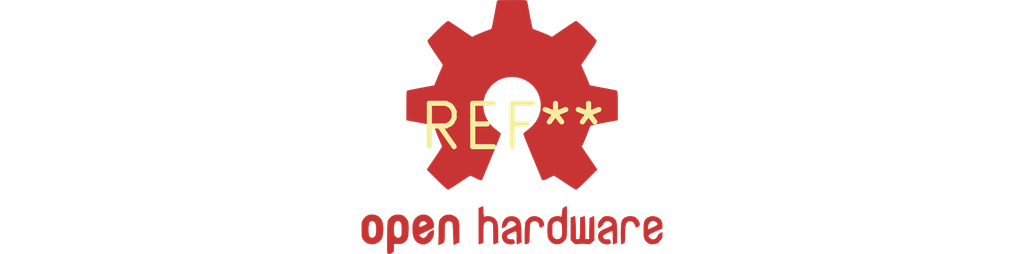
<source format=kicad_pcb>
(kicad_pcb (version 20240108) (generator pcbnew)
  (layers (0 "F.Cu" signal) (31 "B.Cu" signal) (34 "B.Paste" user) (35 "F.Paste" user) (36 "B.SilkS" user "B.Silkscreen") (37 "F.SilkS" user "F.Silkscreen") (38 "B.Mask" user) (39 "F.Mask" user) (44 "Edge.Cuts" user))
  (net 0 "")
  (footprint "OSHW-Logo2_9.8x8mm_Copper" (layer "F.Cu") (at 0 0)
    (property "Reference" "REF**")
    (property "Value" "OSHW-Logo2_9.8x8mm_Copper")
    (fp_poly (pts (xy 3.570807 2.636782) (xy 3.594161 2.646988) (xy 3.649902 2.691134) (xy 3.697569 2.754967) (xy 3.727048 2.823087) (xy 3.731846 2.85667) (xy 3.71576 2.903556) (xy 3.680475 2.928365) (xy 3.642644 2.943387) (xy 3.625321 2.946155) (xy 3.616886 2.926066) (xy 3.60023 2.882351) (xy 3.592923 2.862598) (xy 3.551948 2.794271) (xy 3.492622 2.760191) (xy 3.416552 2.761239) (xy 3.410918 2.762581) (xy 3.370305 2.781836) (xy 3.340448 2.819375) (xy 3.320055 2.879809) (xy 3.307836 2.967751) (xy 3.3025 3.087813) (xy 3.302 3.151698) (xy 3.301752 3.252403) (xy 3.300126 3.321054) (xy 3.295801 3.364673) (xy 3.287454 3.390282) (xy 3.273765 3.404903) (xy 3.253411 3.415558) (xy 3.252234 3.416095) (xy 3.213038 3.432667) (xy 3.193619 3.438769) (xy 3.190635 3.420319) (xy 3.188081 3.369323) (xy 3.18614 3.292308) (xy 3.184997 3.195805) (xy 3.184769 3.125184) (xy 3.185932 2.988525) (xy 3.190479 2.884851) (xy 3.199999 2.808108) (xy 3.216081 2.752246) (xy 3.240313 2.711212) (xy 3.274286 2.678954) (xy 3.307833 2.65644) (xy 3.388499 2.626476) (xy 3.482381 2.619718) (xy 3.570807 2.636782)) (layer "F.Cu") (stroke (width 0.01)) (fill solid))
    (fp_poly (pts (xy -1.728336 2.595089) (xy -1.665633 2.631358) (xy -1.622039 2.667358) (xy -1.590155 2.705075) (xy -1.56819 2.751199) (xy -1.554351 2.812421) (xy -1.546847 2.895431) (xy -1.543883 3.006919) (xy -1.543539 3.087062) (xy -1.543539 3.382065) (xy -1.709615 3.456515) (xy -1.719385 3.133402) (xy -1.723421 3.012729) (xy -1.727656 2.925141) (xy -1.732903 2.86465) (xy -1.739975 2.825268) (xy -1.749689 2.801007) (xy -1.762856 2.78588) (xy -1.767081 2.782606) (xy -1.831091 2.757034) (xy -1.895792 2.767153) (xy -1.934308 2.794) (xy -1.949975 2.813024) (xy -1.96082 2.837988) (xy -1.967712 2.875834) (xy -1.971521 2.933502) (xy -1.973117 3.017935) (xy -1.973385 3.105928) (xy -1.973437 3.216323) (xy -1.975328 3.294463) (xy -1.981655 3.347165) (xy -1.995017 3.381242) (xy -2.018015 3.403511) (xy -2.053246 3.420787) (xy -2.100303 3.438738) (xy -2.151697 3.458278) (xy -2.145579 3.111485) (xy -2.143116 2.986468) (xy -2.140233 2.894082) (xy -2.136102 2.827881) (xy -2.129893 2.78142) (xy -2.120774 2.748256) (xy -2.107917 2.721944) (xy -2.092416 2.698729) (xy -2.017629 2.624569) (xy -1.926372 2.581684) (xy -1.827117 2.571412) (xy -1.728336 2.595089)) (layer "F.Cu") (stroke (width 0.01)) (fill solid))
    (fp_poly (pts (xy 0.713362 2.62467) (xy 0.802117 2.657421) (xy 0.874022 2.71535) (xy 0.902144 2.756128) (xy 0.932802 2.830954) (xy 0.932165 2.885058) (xy 0.899987 2.921446) (xy 0.888081 2.927633) (xy 0.836675 2.946925) (xy 0.810422 2.941982) (xy 0.80153 2.909587) (xy 0.801077 2.891692) (xy 0.784797 2.825859) (xy 0.742365 2.779807) (xy 0.683388 2.757564) (xy 0.617475 2.763161) (xy 0.563895 2.792229) (xy 0.545798 2.80881) (xy 0.532971 2.828925) (xy 0.524306 2.859332) (xy 0.518696 2.906788) (xy 0.515035 2.97805) (xy 0.512215 3.079875) (xy 0.511484 3.112115) (xy 0.50882 3.22241) (xy 0.505792 3.300036) (xy 0.50125 3.351396) (xy 0.494046 3.38289) (xy 0.483033 3.40092) (xy 0.46706 3.411888) (xy 0.456834 3.416733) (xy 0.413406 3.433301) (xy 0.387842 3.438769) (xy 0.379395 3.420507) (xy 0.374239 3.365296) (xy 0.372346 3.272499) (xy 0.373689 3.141478) (xy 0.374107 3.121269) (xy 0.377058 3.001733) (xy 0.380548 2.914449) (xy 0.385514 2.852591) (xy 0.392893 2.809336) (xy 0.403624 2.77786) (xy 0.418645 2.751339) (xy 0.426502 2.739975) (xy 0.471553 2.689692) (xy 0.52194 2.650581) (xy 0.528108 2.647167) (xy 0.618458 2.620212) (xy 0.713362 2.62467)) (layer "F.Cu") (stroke (width 0.01)) (fill solid))
    (fp_poly (pts (xy -0.840154 2.49212) (xy -0.834428 2.57198) (xy -0.827851 2.619039) (xy -0.818738 2.639566) (xy -0.805402 2.639829) (xy -0.801077 2.637378) (xy -0.743556 2.619636) (xy -0.668732 2.620672) (xy -0.592661 2.63891) (xy -0.545082 2.662505) (xy -0.496298 2.700198) (xy -0.460636 2.742855) (xy -0.436155 2.797057) (xy -0.420913 2.869384) (xy -0.41297 2.966419) (xy -0.410384 3.094742) (xy -0.410338 3.119358) (xy -0.410308 3.39587) (xy -0.471839 3.41732) (xy -0.515541 3.431912) (xy -0.539518 3.438706) (xy -0.540223 3.438769) (xy -0.542585 3.420345) (xy -0.544594 3.369526) (xy -0.546099 3.292993) (xy -0.546947 3.19743) (xy -0.547077 3.139329) (xy -0.547349 3.024771) (xy -0.548748 2.942667) (xy -0.552151 2.886393) (xy -0.558433 2.849326) (xy -0.568471 2.824844) (xy -0.583139 2.806325) (xy -0.592298 2.797406) (xy -0.655211 2.761466) (xy -0.723864 2.758775) (xy -0.786152 2.78917) (xy -0.797671 2.800144) (xy -0.814567 2.820779) (xy -0.826286 2.845256) (xy -0.833767 2.880647) (xy -0.837946 2.934026) (xy -0.839763 3.012466) (xy -0.840154 3.120617) (xy -0.840154 3.39587) (xy -0.901685 3.41732) (xy -0.945387 3.431912) (xy -0.969364 3.438706) (xy -0.97007 3.438769) (xy -0.971874 3.420069) (xy -0.9735 3.367322) (xy -0.974883 3.285557) (xy -0.975958 3.179805) (xy -0.97666 3.055094) (xy -0.976923 2.916455) (xy -0.976923 2.381806) (xy -0.849923 2.328236) (xy -0.840154 2.49212)) (layer "F.Cu") (stroke (width 0.01)) (fill solid))
    (fp_poly (pts (xy 2.395929 2.636662) (xy 2.398911 2.688068) (xy 2.401247 2.766192) (xy 2.402749 2.864857) (xy 2.403231 2.968343) (xy 2.403231 3.318533) (xy 2.341401 3.380363) (xy 2.298793 3.418462) (xy 2.26139 3.433895) (xy 2.21027 3.432918) (xy 2.189978 3.430433) (xy 2.126554 3.4232) (xy 2.074095 3.419055) (xy 2.061308 3.418672) (xy 2.018199 3.421176) (xy 1.956544 3.427462) (xy 1.932638 3.430433) (xy 1.873922 3.435028) (xy 1.834464 3.425046) (xy 1.795338 3.394228) (xy 1.781215 3.380363) (xy 1.719385 3.318533) (xy 1.719385 2.663503) (xy 1.76915 2.640829) (xy 1.812002 2.624034) (xy 1.837073 2.618154) (xy 1.843501 2.636736) (xy 1.849509 2.688655) (xy 1.854697 2.768172) (xy 1.858664 2.869546) (xy 1.860577 2.955192) (xy 1.865923 3.292231) (xy 1.91256 3.298825) (xy 1.954976 3.294214) (xy 1.97576 3.279287) (xy 1.98157 3.251377) (xy 1.98653 3.191925) (xy 1.990246 3.108466) (xy 1.992324 3.008532) (xy 1.992624 2.957104) (xy 1.992923 2.661054) (xy 2.054454 2.639604) (xy 2.098004 2.62502) (xy 2.121694 2.618219) (xy 2.122377 2.618154) (xy 2.124754 2.636642) (xy 2.127366 2.687906) (xy 2.129995 2.765649) (xy 2.132421 2.863574) (xy 2.134115 2.955192) (xy 2.139461 3.292231) (xy 2.256692 3.292231) (xy 2.262072 2.984746) (xy 2.267451 2.677261) (xy 2.324601 2.647707) (xy 2.366797 2.627413) (xy 2.39177 2.618204) (xy 2.392491 2.618154) (xy 2.395929 2.636662)) (layer "F.Cu") (stroke (width 0.01)) (fill solid))
    (fp_poly (pts (xy -3.983114 2.587256) (xy -3.891536 2.635409) (xy -3.823951 2.712905) (xy -3.799943 2.762727) (xy -3.781262 2.837533) (xy -3.771699 2.932052) (xy -3.770792 3.03521) (xy -3.778079 3.135935) (xy -3.793097 3.223153) (xy -3.815385 3.285791) (xy -3.822235 3.296579) (xy -3.903368 3.377105) (xy -3.999734 3.425336) (xy -4.104299 3.43945) (xy -4.210032 3.417629) (xy -4.239457 3.404547) (xy -4.296759 3.364231) (xy -4.34705 3.310775) (xy -4.351803 3.303995) (xy -4.371122 3.271321) (xy -4.383892 3.236394) (xy -4.391436 3.190414) (xy -4.395076 3.124584) (xy -4.396135 3.030105) (xy -4.396154 3.008923) (xy -4.396106 3.002182) (xy -4.200769 3.002182) (xy -4.199632 3.091349) (xy -4.195159 3.15052) (xy -4.185754 3.188741) (xy -4.169824 3.215053) (xy -4.161692 3.223846) (xy -4.114942 3.257261) (xy -4.069553 3.255737) (xy -4.02366 3.226752) (xy -3.996288 3.195809) (xy -3.980077 3.150643) (xy -3.970974 3.07942) (xy -3.970349 3.071114) (xy -3.968796 2.942037) (xy -3.985035 2.846172) (xy -4.018848 2.784107) (xy -4.070016 2.756432) (xy -4.08828 2.754923) (xy -4.13624 2.762513) (xy -4.169047 2.788808) (xy -4.189105 2.839095) (xy -4.198822 2.918664) (xy -4.200769 3.002182) (xy -4.396106 3.002182) (xy -4.395426 2.908249) (xy -4.392371 2.837906) (xy -4.385678 2.789163) (xy -4.37404 2.753288) (xy -4.356147 2.721548) (xy -4.352192 2.715648) (xy -4.285733 2.636104) (xy -4.213315 2.589929) (xy -4.125151 2.571599) (xy -4.095213 2.570703) (xy -3.983114 2.587256)) (layer "F.Cu") (stroke (width 0.01)) (fill solid))
    (fp_poly (pts (xy 4.245224 2.647838) (xy 4.322528 2.698361) (xy 4.359814 2.74359) (xy 4.389353 2.825663) (xy 4.391699 2.890607) (xy 4.386385 2.977445) (xy 4.186115 3.065103) (xy 4.088739 3.109887) (xy 4.025113 3.145913) (xy 3.992029 3.177117) (xy 3.98628 3.207436) (xy 4.004658 3.240805) (xy 4.024923 3.262923) (xy 4.083889 3.298393) (xy 4.148024 3.300879) (xy 4.206926 3.273235) (xy 4.250197 3.21832) (xy 4.257936 3.198928) (xy 4.295006 3.138364) (xy 4.337654 3.112552) (xy 4.396154 3.090471) (xy 4.396154 3.174184) (xy 4.390982 3.23115) (xy 4.370723 3.279189) (xy 4.328262 3.334346) (xy 4.321951 3.341514) (xy 4.27472 3.390585) (xy 4.234121 3.41692) (xy 4.183328 3.429035) (xy 4.14122 3.433003) (xy 4.065902 3.433991) (xy 4.012286 3.421466) (xy 3.978838 3.402869) (xy 3.926268 3.361975) (xy 3.889879 3.317748) (xy 3.86685 3.262126) (xy 3.854359 3.187047) (xy 3.849587 3.084449) (xy 3.849206 3.032376) (xy 3.850501 2.969948) (xy 3.968471 2.969948) (xy 3.969839 3.003438) (xy 3.973249 3.008923) (xy 3.995753 3.001472) (xy 4.044182 2.981753) (xy 4.108908 2.953718) (xy 4.122443 2.947692) (xy 4.204244 2.906096) (xy 4.249312 2.869538) (xy 4.259217 2.835296) (xy 4.235526 2.800648) (xy 4.21596 2.785339) (xy 4.14536 2.754721) (xy 4.07928 2.75978) (xy 4.023959 2.797151) (xy 3.985636 2.863473) (xy 3.973349 2.916116) (xy 3.968471 2.969948) (xy 3.850501 2.969948) (xy 3.85173 2.91072) (xy 3.861032 2.82071) (xy 3.87946 2.755167) (xy 3.90936 2.706912) (xy 3.95308 2.668767) (xy 3.972141 2.65644) (xy 4.058726 2.624336) (xy 4.153522 2.622316) (xy 4.245224 2.647838)) (layer "F.Cu") (stroke (width 0.01)) (fill solid))
    (fp_poly (pts (xy 1.602081 2.780289) (xy 1.601833 2.92632) (xy 1.600872 3.038655) (xy 1.598794 3.122678) (xy 1.595193 3.183769) (xy 1.589665 3.227309) (xy 1.581804 3.258679) (xy 1.571207 3.283262) (xy 1.563182 3.297294) (xy 1.496728 3.373388) (xy 1.41247 3.421084) (xy 1.319249 3.438199) (xy 1.2259 3.422546) (xy 1.170312 3.394418) (xy 1.111957 3.34576) (xy 1.072186 3.286333) (xy 1.04819 3.208507) (xy 1.037161 3.104652) (xy 1.035599 3.028462) (xy 1.035809 3.022986) (xy 1.172308 3.022986) (xy 1.173141 3.110355) (xy 1.176961 3.168192) (xy 1.185746 3.206029) (xy 1.201474 3.233398) (xy 1.220266 3.254042) (xy 1.283375 3.29389) (xy 1.351137 3.297295) (xy 1.415179 3.264025) (xy 1.420164 3.259517) (xy 1.441439 3.236067) (xy 1.454779 3.208166) (xy 1.462001 3.166641) (xy 1.464923 3.102316) (xy 1.465385 3.0312) (xy 1.464383 2.941858) (xy 1.460238 2.882258) (xy 1.451236 2.843089) (xy 1.435667 2.81504) (xy 1.422902 2.800144) (xy 1.3636 2.762575) (xy 1.295301 2.758057) (xy 1.23011 2.786753) (xy 1.217528 2.797406) (xy 1.196111 2.821063) (xy 1.182744 2.849251) (xy 1.175566 2.891245) (xy 1.172719 2.956319) (xy 1.172308 3.022986) (xy 1.035809 3.022986) (xy 1.040322 2.905765) (xy 1.056362 2.813577) (xy 1.086528 2.744269) (xy 1.133629 2.690211) (xy 1.170312 2.662505) (xy 1.23699 2.632572) (xy 1.314272 2.618678) (xy 1.38611 2.622397) (xy 1.426308 2.6374) (xy 1.442082 2.64167) (xy 1.45255 2.62575) (xy 1.459856 2.583089) (xy 1.465385 2.518106) (xy 1.471437 2.445732) (xy 1.479844 2.402187) (xy 1.495141 2.377287) (xy 1.521864 2.360845) (xy 1.538654 2.353564) (xy 1.602154 2.326963) (xy 1.602081 2.780289)) (layer "F.Cu") (stroke (width 0.01)) (fill solid))
    (fp_poly (pts (xy -2.465746 2.599745) (xy -2.388714 2.651567) (xy -2.329184 2.726412) (xy -2.293622 2.821654) (xy -2.286429 2.891756) (xy -2.287246 2.921009) (xy -2.294086 2.943407) (xy -2.312888 2.963474) (xy -2.349592 2.985733) (xy -2.410138 3.014709) (xy -2.500466 3.054927) (xy -2.500923 3.055129) (xy -2.584067 3.09321) (xy -2.652247 3.127025) (xy -2.698495 3.152933) (xy -2.715842 3.167295) (xy -2.715846 3.167411) (xy -2.700557 3.198685) (xy -2.664804 3.233157) (xy -2.623758 3.25799) (xy -2.602963 3.262923) (xy -2.54623 3.245862) (xy -2.497373 3.203133) (xy -2.473535 3.156155) (xy -2.450603 3.121522) (xy -2.405682 3.082081) (xy -2.352877 3.048009) (xy -2.30629 3.02948) (xy -2.296548 3.028462) (xy -2.285582 3.045215) (xy -2.284921 3.088039) (xy -2.29298 3.145781) (xy -2.308173 3.207289) (xy -2.328914 3.261409) (xy -2.329962 3.26351) (xy -2.392379 3.35066) (xy -2.473274 3.409939) (xy -2.565144 3.439034) (xy -2.660487 3.435634) (xy -2.751802 3.397428) (xy -2.755862 3.394741) (xy -2.827694 3.329642) (xy -2.874927 3.244705) (xy -2.901066 3.133021) (xy -2.904574 3.101643) (xy -2.910787 2.953536) (xy -2.903339 2.884468) (xy -2.715846 2.884468) (xy -2.71341 2.927552) (xy -2.700086 2.940126) (xy -2.666868 2.930719) (xy -2.614506 2.908483) (xy -2.555976 2.88061) (xy -2.554521 2.879872) (xy -2.504911 2.853777) (xy -2.485 2.836363) (xy -2.48991 2.818107) (xy -2.510584 2.79412) (xy -2.563181 2.759406) (xy -2.619823 2.756856) (xy -2.670631 2.782119) (xy -2.705724 2.830847) (xy -2.715846 2.884468) (xy -2.903339 2.884468) (xy -2.898008 2.835036) (xy -2.865222 2.741055) (xy -2.819579 2.675215) (xy -2.737198 2.608681) (xy -2.646454 2.575676) (xy -2.553815 2.573573) (xy -2.465746 2.599745)) (layer "F.Cu") (stroke (width 0.01)) (fill solid))
    (fp_poly (pts (xy 0.053501 2.626303) (xy 0.13006 2.654733) (xy 0.130936 2.655279) (xy 0.178285 2.690127) (xy 0.213241 2.730852) (xy 0.237825 2.783925) (xy 0.254062 2.855814) (xy 0.263975 2.952992) (xy 0.269586 3.081928) (xy 0.270077 3.100298) (xy 0.277141 3.377287) (xy 0.217695 3.408028) (xy 0.174681 3.428802) (xy 0.14871 3.438646) (xy 0.147509 3.438769) (xy 0.143014 3.420606) (xy 0.139444 3.371612) (xy 0.137248 3.300031) (xy 0.136769 3.242068) (xy 0.136758 3.14817) (xy 0.132466 3.089203) (xy 0.117503 3.061079) (xy 0.085482 3.059706) (xy 0.030014 3.080998) (xy -0.053731 3.120136) (xy -0.115311 3.152643) (xy -0.146983 3.180845) (xy -0.156294 3.211582) (xy -0.156308 3.213104) (xy -0.140943 3.266054) (xy -0.095453 3.29466) (xy -0.025834 3.298803) (xy 0.024313 3.298084) (xy 0.050754 3.312527) (xy 0.067243 3.347218) (xy 0.076733 3.391416) (xy 0.063057 3.416493) (xy 0.057907 3.420082) (xy 0.009425 3.434496) (xy -0.058469 3.436537) (xy -0.128388 3.426983) (xy -0.177932 3.409522) (xy -0.24643 3.351364) (xy -0.285366 3.270408) (xy -0.293077 3.20716) (xy -0.287193 3.150111) (xy -0.265899 3.103542) (xy -0.223735 3.062181) (xy -0.155241 3.020755) (xy -0.054956 2.973993) (xy -0.048846 2.97135) (xy 0.04149 2.929617) (xy 0.097235 2.895391) (xy 0.121129 2.864635) (xy 0.115913 2.833311) (xy 0.084328 2.797383) (xy 0.074883 2.789116) (xy 0.011617 2.757058) (xy -0.053936 2.758407) (xy -0.111028 2.789838) (xy -0.148907 2.848024) (xy -0.152426 2.859446) (xy -0.1867 2.914837) (xy -0.230191 2.941518) (xy -0.293077 2.96796) (xy -0.293077 2.899548) (xy -0.273948 2.80011) (xy -0.217169 2.708902) (xy -0.187622 2.678389) (xy -0.120458 2.639228) (xy -0.035044 2.6215) (xy 0.053501 2.626303)) (layer "F.Cu") (stroke (width 0.01)) (fill solid))
    (fp_poly (pts (xy -3.231114 2.584505) (xy -3.156461 2.621727) (xy -3.090569 2.690261) (xy -3.072423 2.715648) (xy -3.052655 2.748866) (xy -3.039828 2.784945) (xy -3.03249 2.833098) (xy -3.029187 2.902536) (xy -3.028462 2.994206) (xy -3.031737 3.11983) (xy -3.043123 3.214154) (xy -3.064959 3.284523) (xy -3.099581 3.338286) (xy -3.14933 3.382788) (xy -3.152986 3.385423) (xy -3.202015 3.412377) (xy -3.261055 3.425712) (xy -3.336141 3.429) (xy -3.458205 3.429) (xy -3.458256 3.547497) (xy -3.459392 3.613492) (xy -3.466314 3.652202) (xy -3.484402 3.675419) (xy -3.519038 3.694933) (xy -3.527355 3.69892) (xy -3.56628 3.717603) (xy -3.596417 3.729403) (xy -3.618826 3.730422) (xy -3.634567 3.716761) (xy -3.644698 3.684522) (xy -3.650277 3.629804) (xy -3.652365 3.548711) (xy -3.652019 3.437344) (xy -3.6503 3.291802) (xy -3.649763 3.248269) (xy -3.647828 3.098205) (xy -3.646096 3.000042) (xy -3.458308 3.000042) (xy -3.457252 3.083364) (xy -3.452562 3.13788) (xy -3.441949 3.173837) (xy -3.423128 3.201482) (xy -3.41035 3.214965) (xy -3.35811 3.254417) (xy -3.311858 3.257628) (xy -3.264133 3.225049) (xy -3.262923 3.223846) (xy -3.243506 3.198668) (xy -3.231693 3.164447) (xy -3.225735 3.111748) (xy -3.22388 3.031131) (xy -3.223846 3.013271) (xy -3.22833 2.902175) (xy -3.242926 2.825161) (xy -3.26935 2.778147) (xy -3.309317 2.75705) (xy -3.332416 2.754923) (xy -3.387238 2.7649) (xy -3.424842 2.797752) (xy -3.447477 2.857857) (xy -3.457394 2.949598) (xy -3.458308 3.000042) (xy -3.646096 3.000042) (xy -3.645778 2.98206) (xy -3.643127 2.894679) (xy -3.639394 2.830905) (xy -3.634093 2.785582) (xy -3.626742 2.753555) (xy -3.616857 2.729668) (xy -3.603954 2.708764) (xy -3.598421 2.700898) (xy -3.525031 2.626595) (xy -3.43224 2.584467) (xy -3.324904 2.572722) (xy -3.231114 2.584505)) (layer "F.Cu") (stroke (width 0.01)) (fill solid))
    (fp_poly (pts (xy 2.887333 2.633528) (xy 2.94359 2.659117) (xy 2.987747 2.690124) (xy 3.020101 2.724795) (xy 3.042438 2.76952) (xy 3.056546 2.830692) (xy 3.064211 2.914701) (xy 3.06722 3.02794) (xy 3.067538 3.102509) (xy 3.067538 3.39342) (xy 3.017773 3.416095) (xy 2.978576 3.432667) (xy 2.959157 3.438769) (xy 2.955442 3.42061) (xy 2.952495 3.371648) (xy 2.950691 3.300153) (xy 2.950308 3.243385) (xy 2.948661 3.161371) (xy 2.944222 3.096309) (xy 2.93774 3.056467) (xy 2.93259 3.048) (xy 2.897977 3.056646) (xy 2.84364 3.078823) (xy 2.780722 3.108886) (xy 2.720368 3.141192) (xy 2.673721 3.170098) (xy 2.651926 3.189961) (xy 2.651839 3.190175) (xy 2.653714 3.226935) (xy 2.670525 3.262026) (xy 2.700039 3.290528) (xy 2.743116 3.300061) (xy 2.779932 3.29895) (xy 2.832074 3.298133) (xy 2.859444 3.310349) (xy 2.875882 3.342624) (xy 2.877955 3.34871) (xy 2.885081 3.394739) (xy 2.866024 3.422687) (xy 2.816353 3.436007) (xy 2.762697 3.43847) (xy 2.666142 3.42021) (xy 2.616159 3.394131) (xy 2.554429 3.332868) (xy 2.52169 3.25767) (xy 2.518753 3.178211) (xy 2.546424 3.104167) (xy 2.588047 3.057769) (xy 2.629604 3.031793) (xy 2.694922 2.998907) (xy 2.771038 2.965557) (xy 2.783726 2.960461) (xy 2.867333 2.923565) (xy 2.91553 2.891046) (xy 2.93103 2.858718) (xy 2.91655 2.822394) (xy 2.891692 2.794) (xy 2.832939 2.759039) (xy 2.768293 2.756417) (xy 2.709008 2.783358) (xy 2.666339 2.837088) (xy 2.660739 2.85095) (xy 2.628133 2.901936) (xy 2.58053 2.939787) (xy 2.520461 2.97085) (xy 2.520461 2.882768) (xy 2.523997 2.828951) (xy 2.539156 2.786534) (xy 2.572768 2.741279) (xy 2.605035 2.70642) (xy 2.655209 2.657062) (xy 2.694193 2.630547) (xy 2.736064 2.619911) (xy 2.78346 2.618154) (xy 2.887333 2.633528)) (layer "F.Cu") (stroke (width 0.01)) (fill solid))
    (fp_poly (pts (xy 0.139878 -3.712224) (xy 0.245612 -3.711645) (xy 0.322132 -3.710078) (xy 0.374372 -3.707028) (xy 0.407263 -3.702004) (xy 0.425737 -3.694511) (xy 0.434727 -3.684056) (xy 0.439163 -3.670147) (xy 0.439594 -3.668346) (xy 0.446333 -3.635855) (xy 0.458808 -3.571748) (xy 0.475719 -3.482849) (xy 0.495771 -3.375981) (xy 0.517664 -3.257967) (xy 0.518429 -3.253822) (xy 0.540359 -3.138169) (xy 0.560877 -3.035986) (xy 0.578659 -2.953402) (xy 0.592381 -2.896544) (xy 0.600718 -2.871542) (xy 0.601116 -2.871099) (xy 0.625677 -2.85889) (xy 0.676315 -2.838544) (xy 0.742095 -2.814455) (xy 0.742461 -2.814326) (xy 0.825317 -2.783182) (xy 0.923 -2.743509) (xy 1.015077 -2.703619) (xy 1.019434 -2.701647) (xy 1.169407 -2.63358) (xy 1.501498 -2.860361) (xy 1.603374 -2.929496) (xy 1.695657 -2.991303) (xy 1.773003 -3.042267) (xy 1.830064 -3.078873) (xy 1.861495 -3.097606) (xy 1.864479 -3.098996) (xy 1.887321 -3.09281) (xy 1.929982 -3.062965) (xy 1.994128 -3.008053) (xy 2.081421 -2.926666) (xy 2.170535 -2.840078) (xy 2.256441 -2.754753) (xy 2.333327 -2.676892) (xy 2.396564 -2.611303) (xy 2.441523 -2.562795) (xy 2.463576 -2.536175) (xy 2.464396 -2.534805) (xy 2.466834 -2.516537) (xy 2.45765 -2.486705) (xy 2.434574 -2.441279) (xy 2.395337 -2.37623) (xy 2.33767 -2.28753) (xy 2.260795 -2.173343) (xy 2.19257 -2.072838) (xy 2.131582 -1.982697) (xy 2.081356 -1.908151) (xy 2.045416 -1.854435) (xy 2.027287 -1.826782) (xy 2.026146 -1.824905) (xy 2.028359 -1.79841) (xy 2.045138 -1.746914) (xy 2.073142 -1.680149) (xy 2.083122 -1.658828) (xy 2.126672 -1.563841) (xy 2.173134 -1.456063) (xy 2.210877 -1.362808) (xy 2.238073 -1.293594) (xy 2.259675 -1.240994) (xy 2.272158 -1.213503) (xy 2.273709 -1.211384) (xy 2.296668 -1.207876) (xy 2.350786 -1.198262) (xy 2.428868 -1.183911) (xy 2.523719 -1.166193) (xy 2.628143 -1.146475) (xy 2.734944 -1.126126) (xy 2.836926 -1.106514) (xy 2.926894 -1.089009) (xy 2.997653 -1.074978) (xy 3.042006 -1.065791) (xy 3.052885 -1.063193) (xy 3.064122 -1.056782) (xy 3.072605 -1.042303) (xy 3.078714 -1.014867) (xy 3.082832 -0.969589) (xy 3.085341 -0.90158) (xy 3.086621 -0.805953) (xy 3.087054 -0.67782) (xy 3.087077 -0.625299) (xy 3.087077 -0.198155) (xy 2.9845 -0.177909) (xy 2.927431 -0.16693) (xy 2.842269 -0.150905) (xy 2.739372 -0.131767) (xy 2.629096 -0.111449) (xy 2.598615 -0.105868) (xy 2.496855 -0.086083) (xy 2.408205 -0.066627) (xy 2.340108 -0.049303) (xy 2.300004 -0.035912) (xy 2.293323 -0.031921) (xy 2.276919 -0.003658) (xy 2.253399 0.051109) (xy 2.227316 0.121588) (xy 2.222142 0.136769) (xy 2.187956 0.230896) (xy 2.145523 0.337101) (xy 2.103997 0.432473) (xy 2.103792 0.432916) (xy 2.03464 0.582525) (xy 2.489512 1.251617) (xy 2.1975 1.544116) (xy 2.10918 1.63117) (xy 2.028625 1.707909) (xy 1.96036 1.770237) (xy 1.908908 1.814056) (xy 1.878794 1.83527) (xy 1.874474 1.836616) (xy 1.849111 1.826016) (xy 1.797358 1.796547) (xy 1.724868 1.751705) (xy 1.637294 1.694984) (xy 1.542612 1.631462) (xy 1.446516 1.566668) (xy 1.360837 1.510287) (xy 1.291016 1.465788) (xy 1.242494 1.436639) (xy 1.220782 1.426308) (xy 1.194293 1.43505) (xy 1.144062 1.458087) (xy 1.080451 1.490631) (xy 1.073708 1.494249) (xy 0.988046 1.53721) (xy 0.929306 1.558279) (xy 0.892772 1.558503) (xy 0.873731 1.538928) (xy 0.87362 1.538654) (xy 0.864102 1.515472) (xy 0.841403 1.460441) (xy 0.807282 1.377822) (xy 0.7635 1.271872) (xy 0.711816 1.146852) (xy 0.653992 1.00702) (xy 0.597991 0.871637) (xy 0.536447 0.722234) (xy 0.479939 0.583832) (xy 0.430161 0.460673) (xy 0.388806 0.357002) (xy 0.357568 0.277059) (xy 0.338141 0.225088) (xy 0.332154 0.205692) (xy 0.347168 0.183443) (xy 0.386439 0.147982) (xy 0.438807 0.108887) (xy 0.587941 -0.014755) (xy 0.704511 -0.156478) (xy 0.787118 -0.313296) (xy 0.834366 -0.482225) (xy 0.844857 -0.660278) (xy 0.837231 -0.742461) (xy 0.795682 -0.912969) (xy 0.724123 -1.063541) (xy 0.626995 -1.192691) (xy 0.508734 -1.298936) (xy 0.37378 -1.38079) (xy 0.226571 -1.436768) (xy 0.071544 -1.465385) (xy -0.086861 -1.465156) (xy -0.244206 -1.434595) (xy -0.396054 -1.372218) (xy -0.537965 -1.27654) (xy -0.597197 -1.222428) (xy -0.710797 -1.08348) (xy -0.789894 -0.931639) (xy -0.835014 -0.771333) (xy -0.846684 -0.606988) (xy -0.825431 -0.443029) (xy -0.77178 -0.283882) (xy -0.68626 -0.133975) (xy -0.569395 0.002267) (xy -0.438807 0.108887) (xy -0.384412 0.149642) (xy -0.345986 0.184718) (xy -0.332154 0.205726) (xy -0.339397 0.228635) (xy -0.359995 0.283365) (xy -0.392254 0.365672) (xy -0.434479 0.471315) (xy -0.484977 0.59605) (xy -0.542052 0.735636) (xy -0.598146 0.87167) (xy -0.660033 1.021201) (xy -0.717356 1.159767) (xy -0.768356 1.283107) (xy -0.811273 1.386964) (xy -0.844347 1.46708) (xy -0.865819 1.519195) (xy -0.873775 1.538654) (xy -0.892571 1.558423) (xy -0.928926 1.558365) (xy -0.987521 1.537441) (xy -1.073032 1.494613) (xy -1.073708 1.494249) (xy -1.138093 1.461012) (xy -1.190139 1.436802) (xy -1.219488 1.426404) (xy -1.220783 1.426308) (xy -1.242876 1.436855) (xy -1.291652 1.466184) (xy -1.361669 1.510827) (xy -1.447486 1.567314) (xy -1.542612 1.631462) (xy -1.63946 1.696411) (xy -1.726747 1.752896) (xy -1.798819 1.797421) (xy -1.850023 1.82649) (xy -1.874474 1.836616) (xy -1.89699 1.823307) (xy -1.942258 1.786112) (xy -2.005756 1.729128) (xy -2.082961 1.656449) (xy -2.169349 1.572171) (xy -2.197601 1.544016) (xy -2.489713 1.251416) (xy -2.267369 0.925104) (xy -2.199798 0.824897) (xy -2.140493 0.734963) (xy -2.092783 0.66051) (xy -2.059993 0.606751) (xy -2.045452 0.578894) (xy -2.045026 0.576912) (xy -2.052692 0.550655) (xy -2.073311 0.497837) (xy -2.103315 0.42731) (xy -2.124375 0.380093) (xy -2.163752 0.289694) (xy -2.200835 0.198366) (xy -2.229585 0.1212) (xy -2.237395 0.097692) (xy -2.259583 0.034916) (xy -2.281273 -0.013589) (xy -2.293187 -0.031921) (xy -2.319477 -0.043141) (xy -2.376858 -0.059046) (xy -2.457882 -0.077833) (xy -2.555105 -0.097701) (xy -2.598615 -0.105868) (xy -2.709104 -0.126171) (xy -2.815084 -0.14583) (xy -2.906199 -0.162912) (xy -2.972092 -0.175482) (xy -2.9845 -0.177909) (xy -3.087077 -0.198155) (xy -3.087077 -0.625299) (xy -3.086847 -0.765754) (xy -3.085901 -0.872021) (xy -3.083859 -0.948987) (xy -3.080338 -1.00154) (xy -3.074957 -1.034567) (xy -3.067334 -1.052955) (xy -3.057088 -1.061592) (xy -3.052885 -1.063193) (xy -3.02753 -1.068873) (xy -2.971516 -1.080205) (xy -2.892036 -1.095821) (xy -2.796288 -1.114353) (xy -2.691467 -1.134431) (xy -2.584768 -1.154688) (xy -2.483387 -1.173754) (xy -2.394521 -1.190261) (xy -2.325363 -1.202841) (xy -2.283111 -1.210125) (xy -2.27371 -1.211384) (xy -2.265193 -1.228237) (xy -2.24634 -1.27313) (xy -2.220676 -1.33757) (xy -2.210877 -1.362808) (xy -2.171352 -1.460314) (xy -2.124808 -1.568041) (xy -2.083123 -1.658828) (xy -2.05245 -1.728247) (xy -2.032044 -1.78529) (xy -2.025232 -1.820223) (xy -2.026318 -1.824905) (xy -2.040715 -1.847009) (xy -2.073588 -1.896169) (xy -2.12141 -1.967152) (xy -2.180652 -2.054722) (xy -2.247785 -2.153643) (xy -2.261059 -2.17317) (xy -2.338954 -2.28886) (xy -2.396213 -2.376956) (xy -2.435119 -2.441514) (xy -2.457956 -2.486589) (xy -2.467006 -2.516237) (xy -2.464552 -2.534515) (xy -2.464489 -2.534631) (xy -2.445173 -2.558639) (xy -2.402449 -2.605053) (xy -2.340949 -2.669063) (xy -2.265302 -2.745855) (xy -2.180139 -2.830618) (xy -2.170535 -2.840078) (xy -2.06321 -2.944011) (xy -1.980385 -3.020325) (xy -1.920395 -3.070429) (xy -1.881577 -3.09573) (xy -1.86448 -3.098996) (xy -1.839527 -3.08475) (xy -1.787745 -3.051844) (xy -1.71448 -3.003792) (xy -1.62508 -2.94411) (xy -1.524889 -2.876312) (xy -1.501499 -2.860361) (xy -1.169407 -2.63358) (xy -1.019435 -2.701647) (xy -0.92823 -2.741315) (xy -0.830331 -2.781209) (xy -0.746169 -2.813017) (xy -0.742462 -2.814326) (xy -0.676631 -2.838424) (xy -0.625884 -2.8588) (xy -0.601158 -2.871064) (xy -0.601116 -2.871099) (xy -0.593271 -2.893266) (xy -0.579934 -2.947783) (xy -0.56243 -3.02852) (xy -0.542083 -3.12935) (xy -0.520218 -3.244144) (xy -0.518429 -3.253822) (xy -0.496496 -3.372096) (xy -0.47636 -3.479458) (xy -0.45932 -3.569083) (xy -0.446672 -3.634149) (xy -0.439716 -3.667832) (xy -0.439594 -3.668346) (xy -0.435361 -3.682675) (xy -0.427129 -3.693493) (xy -0.409967 -3.701294) (xy -0.378942 -3.706571) (xy -0.329122 -3.709818) (xy -0.255576 -3.711528) (xy -0.153371 -3.712193) (xy -0.017575 -3.712307) (xy 0 -3.712308) (xy 0.139878 -3.712224)) (layer "F.Cu") (stroke (width 0.01)) (fill solid))
  )
)
</source>
